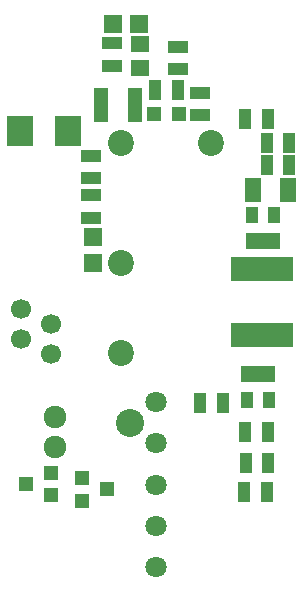
<source format=gts>
G04 #@! TF.GenerationSoftware,KiCad,Pcbnew,5.0.0-fee4fd1~66~ubuntu18.04.1*
G04 #@! TF.CreationDate,2019-04-11T10:46:02-04:00*
G04 #@! TF.ProjectId,IMD_v1,494D445F76312E6B696361645F706362,rev?*
G04 #@! TF.SameCoordinates,Original*
G04 #@! TF.FileFunction,Soldermask,Top*
G04 #@! TF.FilePolarity,Negative*
%FSLAX46Y46*%
G04 Gerber Fmt 4.6, Leading zero omitted, Abs format (unit mm)*
G04 Created by KiCad (PCBNEW 5.0.0-fee4fd1~66~ubuntu18.04.1) date Thu Apr 11 10:46:02 2019*
%MOMM*%
%LPD*%
G01*
G04 APERTURE LIST*
%ADD10R,1.400000X2.000000*%
%ADD11C,2.200000*%
%ADD12R,1.650000X1.400000*%
%ADD13R,2.178000X2.559000*%
%ADD14R,1.600000X1.600000*%
%ADD15R,1.200000X1.300000*%
%ADD16R,1.300000X2.900000*%
%ADD17C,1.700000*%
%ADD18R,1.300000X1.200000*%
%ADD19R,1.700000X1.100000*%
%ADD20R,1.100000X1.700000*%
%ADD21C,1.797000*%
%ADD22C,2.381000*%
%ADD23R,1.050000X1.460000*%
%ADD24R,0.750000X2.000000*%
%ADD25C,1.924000*%
G04 APERTURE END LIST*
D10*
G04 #@! TO.C,C2*
X118149500Y-73977500D03*
X115149500Y-73977500D03*
G04 #@! TD*
D11*
G04 #@! TO.C,K1*
X104013000Y-69977000D03*
X104013000Y-80137000D03*
X104013000Y-87757000D03*
X111633000Y-69977000D03*
G04 #@! TD*
D12*
G04 #@! TO.C,C1*
X105600500Y-63595000D03*
X105600500Y-61595000D03*
G04 #@! TD*
D13*
G04 #@! TO.C,D1*
X95440500Y-68961000D03*
X99504500Y-68961000D03*
G04 #@! TD*
D14*
G04 #@! TO.C,D2*
X105473500Y-59880500D03*
X103273500Y-59880500D03*
G04 #@! TD*
D15*
G04 #@! TO.C,D3*
X108907000Y-67500500D03*
X106807000Y-67500500D03*
G04 #@! TD*
D14*
G04 #@! TO.C,D4*
X101600000Y-77978000D03*
X101600000Y-80178000D03*
G04 #@! TD*
D16*
G04 #@! TO.C,F1*
X102256000Y-66738500D03*
X105156000Y-66738500D03*
G04 #@! TD*
D17*
G04 #@! TO.C,J1*
X95504000Y-86614000D03*
X95504000Y-84074000D03*
X98044000Y-85344000D03*
X98044000Y-87884000D03*
G04 #@! TD*
D18*
G04 #@! TO.C,Q1*
X102777000Y-99314000D03*
X100677000Y-100264000D03*
X100677000Y-98364000D03*
G04 #@! TD*
G04 #@! TO.C,Q2*
X98078000Y-99819500D03*
X98078000Y-97919500D03*
X95978000Y-98869500D03*
G04 #@! TD*
D19*
G04 #@! TO.C,R1*
X103251000Y-61531500D03*
X103251000Y-63431500D03*
G04 #@! TD*
D20*
G04 #@! TO.C,R2*
X106870500Y-65468500D03*
X108770500Y-65468500D03*
G04 #@! TD*
D19*
G04 #@! TO.C,R3*
X108839000Y-63751500D03*
X108839000Y-61851500D03*
G04 #@! TD*
G04 #@! TO.C,R4*
X110680500Y-67625000D03*
X110680500Y-65725000D03*
G04 #@! TD*
D20*
G04 #@! TO.C,R5*
X116393000Y-67945000D03*
X114493000Y-67945000D03*
G04 #@! TD*
G04 #@! TO.C,R6*
X114432000Y-99568000D03*
X116332000Y-99568000D03*
G04 #@! TD*
G04 #@! TO.C,R7*
X114495500Y-94488000D03*
X116395500Y-94488000D03*
G04 #@! TD*
G04 #@! TO.C,R8*
X118234500Y-69977000D03*
X116334500Y-69977000D03*
G04 #@! TD*
G04 #@! TO.C,R9*
X112585500Y-92011500D03*
X110685500Y-92011500D03*
G04 #@! TD*
G04 #@! TO.C,R10*
X116334500Y-71882000D03*
X118234500Y-71882000D03*
G04 #@! TD*
D19*
G04 #@! TO.C,R11*
X101409500Y-71056500D03*
X101409500Y-72956500D03*
G04 #@! TD*
G04 #@! TO.C,R12*
X101409500Y-76322000D03*
X101409500Y-74422000D03*
G04 #@! TD*
D20*
G04 #@! TO.C,R13*
X116459000Y-97091500D03*
X114559000Y-97091500D03*
G04 #@! TD*
D21*
G04 #@! TO.C,U1*
X106934000Y-95405000D03*
X106934000Y-91905000D03*
D22*
X104704000Y-93655000D03*
D21*
X106934000Y-98905000D03*
X106934000Y-102405000D03*
X106934000Y-105905000D03*
G04 #@! TD*
D23*
G04 #@! TO.C,U2*
X116522500Y-91757500D03*
X114622500Y-91757500D03*
X114622500Y-89557500D03*
X115572500Y-89557500D03*
X116522500Y-89557500D03*
G04 #@! TD*
G04 #@! TO.C,U3*
X115064500Y-78252500D03*
X116014500Y-78252500D03*
X116964500Y-78252500D03*
X116964500Y-76052500D03*
X115064500Y-76052500D03*
G04 #@! TD*
D24*
G04 #@! TO.C,U4*
X113676000Y-86239000D03*
X114326000Y-86239000D03*
X114976000Y-86239000D03*
X115626000Y-86239000D03*
X116276000Y-86239000D03*
X116926000Y-86239000D03*
X117576000Y-86239000D03*
X118226000Y-86239000D03*
X118226000Y-80639000D03*
X117576000Y-80639000D03*
X116926000Y-80639000D03*
X116276000Y-80639000D03*
X115626000Y-80639000D03*
X114976000Y-80639000D03*
X114326000Y-80639000D03*
X113676000Y-80639000D03*
G04 #@! TD*
D25*
G04 #@! TO.C,J2*
X98425000Y-95758000D03*
X98425000Y-93218000D03*
G04 #@! TD*
M02*

</source>
